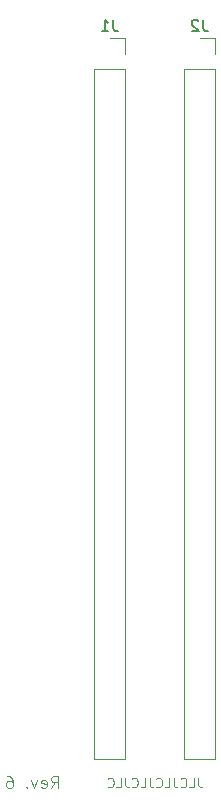
<source format=gbr>
G04 #@! TF.GenerationSoftware,KiCad,Pcbnew,7.0.11+dfsg-1build4*
G04 #@! TF.CreationDate,2024-11-02T00:15:54+09:00*
G04 #@! TF.ProjectId,bionic-tmp90c802,62696f6e-6963-42d7-946d-703930633830,6*
G04 #@! TF.SameCoordinates,Original*
G04 #@! TF.FileFunction,Legend,Bot*
G04 #@! TF.FilePolarity,Positive*
%FSLAX46Y46*%
G04 Gerber Fmt 4.6, Leading zero omitted, Abs format (unit mm)*
G04 Created by KiCad (PCBNEW 7.0.11+dfsg-1build4) date 2024-11-02 00:15:54*
%MOMM*%
%LPD*%
G01*
G04 APERTURE LIST*
%ADD10C,0.100000*%
%ADD11C,0.125000*%
%ADD12C,0.150000*%
%ADD13C,0.120000*%
G04 APERTURE END LIST*
D10*
X118665238Y-136406895D02*
X118665238Y-136978323D01*
X118665238Y-136978323D02*
X118703333Y-137092609D01*
X118703333Y-137092609D02*
X118779524Y-137168800D01*
X118779524Y-137168800D02*
X118893809Y-137206895D01*
X118893809Y-137206895D02*
X118970000Y-137206895D01*
X117903333Y-137206895D02*
X118284285Y-137206895D01*
X118284285Y-137206895D02*
X118284285Y-136406895D01*
X117179523Y-137130704D02*
X117217619Y-137168800D01*
X117217619Y-137168800D02*
X117331904Y-137206895D01*
X117331904Y-137206895D02*
X117408095Y-137206895D01*
X117408095Y-137206895D02*
X117522381Y-137168800D01*
X117522381Y-137168800D02*
X117598571Y-137092609D01*
X117598571Y-137092609D02*
X117636666Y-137016419D01*
X117636666Y-137016419D02*
X117674762Y-136864038D01*
X117674762Y-136864038D02*
X117674762Y-136749752D01*
X117674762Y-136749752D02*
X117636666Y-136597371D01*
X117636666Y-136597371D02*
X117598571Y-136521180D01*
X117598571Y-136521180D02*
X117522381Y-136444990D01*
X117522381Y-136444990D02*
X117408095Y-136406895D01*
X117408095Y-136406895D02*
X117331904Y-136406895D01*
X117331904Y-136406895D02*
X117217619Y-136444990D01*
X117217619Y-136444990D02*
X117179523Y-136483085D01*
X116608095Y-136406895D02*
X116608095Y-136978323D01*
X116608095Y-136978323D02*
X116646190Y-137092609D01*
X116646190Y-137092609D02*
X116722381Y-137168800D01*
X116722381Y-137168800D02*
X116836666Y-137206895D01*
X116836666Y-137206895D02*
X116912857Y-137206895D01*
X115846190Y-137206895D02*
X116227142Y-137206895D01*
X116227142Y-137206895D02*
X116227142Y-136406895D01*
X115122380Y-137130704D02*
X115160476Y-137168800D01*
X115160476Y-137168800D02*
X115274761Y-137206895D01*
X115274761Y-137206895D02*
X115350952Y-137206895D01*
X115350952Y-137206895D02*
X115465238Y-137168800D01*
X115465238Y-137168800D02*
X115541428Y-137092609D01*
X115541428Y-137092609D02*
X115579523Y-137016419D01*
X115579523Y-137016419D02*
X115617619Y-136864038D01*
X115617619Y-136864038D02*
X115617619Y-136749752D01*
X115617619Y-136749752D02*
X115579523Y-136597371D01*
X115579523Y-136597371D02*
X115541428Y-136521180D01*
X115541428Y-136521180D02*
X115465238Y-136444990D01*
X115465238Y-136444990D02*
X115350952Y-136406895D01*
X115350952Y-136406895D02*
X115274761Y-136406895D01*
X115274761Y-136406895D02*
X115160476Y-136444990D01*
X115160476Y-136444990D02*
X115122380Y-136483085D01*
X114550952Y-136406895D02*
X114550952Y-136978323D01*
X114550952Y-136978323D02*
X114589047Y-137092609D01*
X114589047Y-137092609D02*
X114665238Y-137168800D01*
X114665238Y-137168800D02*
X114779523Y-137206895D01*
X114779523Y-137206895D02*
X114855714Y-137206895D01*
X113789047Y-137206895D02*
X114169999Y-137206895D01*
X114169999Y-137206895D02*
X114169999Y-136406895D01*
X113065237Y-137130704D02*
X113103333Y-137168800D01*
X113103333Y-137168800D02*
X113217618Y-137206895D01*
X113217618Y-137206895D02*
X113293809Y-137206895D01*
X113293809Y-137206895D02*
X113408095Y-137168800D01*
X113408095Y-137168800D02*
X113484285Y-137092609D01*
X113484285Y-137092609D02*
X113522380Y-137016419D01*
X113522380Y-137016419D02*
X113560476Y-136864038D01*
X113560476Y-136864038D02*
X113560476Y-136749752D01*
X113560476Y-136749752D02*
X113522380Y-136597371D01*
X113522380Y-136597371D02*
X113484285Y-136521180D01*
X113484285Y-136521180D02*
X113408095Y-136444990D01*
X113408095Y-136444990D02*
X113293809Y-136406895D01*
X113293809Y-136406895D02*
X113217618Y-136406895D01*
X113217618Y-136406895D02*
X113103333Y-136444990D01*
X113103333Y-136444990D02*
X113065237Y-136483085D01*
X112493809Y-136406895D02*
X112493809Y-136978323D01*
X112493809Y-136978323D02*
X112531904Y-137092609D01*
X112531904Y-137092609D02*
X112608095Y-137168800D01*
X112608095Y-137168800D02*
X112722380Y-137206895D01*
X112722380Y-137206895D02*
X112798571Y-137206895D01*
X111731904Y-137206895D02*
X112112856Y-137206895D01*
X112112856Y-137206895D02*
X112112856Y-136406895D01*
X111008094Y-137130704D02*
X111046190Y-137168800D01*
X111046190Y-137168800D02*
X111160475Y-137206895D01*
X111160475Y-137206895D02*
X111236666Y-137206895D01*
X111236666Y-137206895D02*
X111350952Y-137168800D01*
X111350952Y-137168800D02*
X111427142Y-137092609D01*
X111427142Y-137092609D02*
X111465237Y-137016419D01*
X111465237Y-137016419D02*
X111503333Y-136864038D01*
X111503333Y-136864038D02*
X111503333Y-136749752D01*
X111503333Y-136749752D02*
X111465237Y-136597371D01*
X111465237Y-136597371D02*
X111427142Y-136521180D01*
X111427142Y-136521180D02*
X111350952Y-136444990D01*
X111350952Y-136444990D02*
X111236666Y-136406895D01*
X111236666Y-136406895D02*
X111160475Y-136406895D01*
X111160475Y-136406895D02*
X111046190Y-136444990D01*
X111046190Y-136444990D02*
X111008094Y-136483085D01*
D11*
X106204240Y-137258119D02*
X106537573Y-136781928D01*
X106775668Y-137258119D02*
X106775668Y-136258119D01*
X106775668Y-136258119D02*
X106394716Y-136258119D01*
X106394716Y-136258119D02*
X106299478Y-136305738D01*
X106299478Y-136305738D02*
X106251859Y-136353357D01*
X106251859Y-136353357D02*
X106204240Y-136448595D01*
X106204240Y-136448595D02*
X106204240Y-136591452D01*
X106204240Y-136591452D02*
X106251859Y-136686690D01*
X106251859Y-136686690D02*
X106299478Y-136734309D01*
X106299478Y-136734309D02*
X106394716Y-136781928D01*
X106394716Y-136781928D02*
X106775668Y-136781928D01*
X105394716Y-137210500D02*
X105489954Y-137258119D01*
X105489954Y-137258119D02*
X105680430Y-137258119D01*
X105680430Y-137258119D02*
X105775668Y-137210500D01*
X105775668Y-137210500D02*
X105823287Y-137115261D01*
X105823287Y-137115261D02*
X105823287Y-136734309D01*
X105823287Y-136734309D02*
X105775668Y-136639071D01*
X105775668Y-136639071D02*
X105680430Y-136591452D01*
X105680430Y-136591452D02*
X105489954Y-136591452D01*
X105489954Y-136591452D02*
X105394716Y-136639071D01*
X105394716Y-136639071D02*
X105347097Y-136734309D01*
X105347097Y-136734309D02*
X105347097Y-136829547D01*
X105347097Y-136829547D02*
X105823287Y-136924785D01*
X105013763Y-136591452D02*
X104775668Y-137258119D01*
X104775668Y-137258119D02*
X104537573Y-136591452D01*
X104156620Y-137162880D02*
X104109001Y-137210500D01*
X104109001Y-137210500D02*
X104156620Y-137258119D01*
X104156620Y-137258119D02*
X104204239Y-137210500D01*
X104204239Y-137210500D02*
X104156620Y-137162880D01*
X104156620Y-137162880D02*
X104156620Y-137258119D01*
X102489954Y-136258119D02*
X102680430Y-136258119D01*
X102680430Y-136258119D02*
X102775668Y-136305738D01*
X102775668Y-136305738D02*
X102823287Y-136353357D01*
X102823287Y-136353357D02*
X102918525Y-136496214D01*
X102918525Y-136496214D02*
X102966144Y-136686690D01*
X102966144Y-136686690D02*
X102966144Y-137067642D01*
X102966144Y-137067642D02*
X102918525Y-137162880D01*
X102918525Y-137162880D02*
X102870906Y-137210500D01*
X102870906Y-137210500D02*
X102775668Y-137258119D01*
X102775668Y-137258119D02*
X102585192Y-137258119D01*
X102585192Y-137258119D02*
X102489954Y-137210500D01*
X102489954Y-137210500D02*
X102442335Y-137162880D01*
X102442335Y-137162880D02*
X102394716Y-137067642D01*
X102394716Y-137067642D02*
X102394716Y-136829547D01*
X102394716Y-136829547D02*
X102442335Y-136734309D01*
X102442335Y-136734309D02*
X102489954Y-136686690D01*
X102489954Y-136686690D02*
X102585192Y-136639071D01*
X102585192Y-136639071D02*
X102775668Y-136639071D01*
X102775668Y-136639071D02*
X102870906Y-136686690D01*
X102870906Y-136686690D02*
X102918525Y-136734309D01*
X102918525Y-136734309D02*
X102966144Y-136829547D01*
D12*
X119113333Y-72204819D02*
X119113333Y-72919104D01*
X119113333Y-72919104D02*
X119160952Y-73061961D01*
X119160952Y-73061961D02*
X119256190Y-73157200D01*
X119256190Y-73157200D02*
X119399047Y-73204819D01*
X119399047Y-73204819D02*
X119494285Y-73204819D01*
X118684761Y-72300057D02*
X118637142Y-72252438D01*
X118637142Y-72252438D02*
X118541904Y-72204819D01*
X118541904Y-72204819D02*
X118303809Y-72204819D01*
X118303809Y-72204819D02*
X118208571Y-72252438D01*
X118208571Y-72252438D02*
X118160952Y-72300057D01*
X118160952Y-72300057D02*
X118113333Y-72395295D01*
X118113333Y-72395295D02*
X118113333Y-72490533D01*
X118113333Y-72490533D02*
X118160952Y-72633390D01*
X118160952Y-72633390D02*
X118732380Y-73204819D01*
X118732380Y-73204819D02*
X118113333Y-73204819D01*
X111493333Y-72204819D02*
X111493333Y-72919104D01*
X111493333Y-72919104D02*
X111540952Y-73061961D01*
X111540952Y-73061961D02*
X111636190Y-73157200D01*
X111636190Y-73157200D02*
X111779047Y-73204819D01*
X111779047Y-73204819D02*
X111874285Y-73204819D01*
X110493333Y-73204819D02*
X111064761Y-73204819D01*
X110779047Y-73204819D02*
X110779047Y-72204819D01*
X110779047Y-72204819D02*
X110874285Y-72347676D01*
X110874285Y-72347676D02*
X110969523Y-72442914D01*
X110969523Y-72442914D02*
X111064761Y-72490533D01*
D13*
X120110000Y-73750000D02*
X118780000Y-73750000D01*
X120110000Y-75080000D02*
X120110000Y-73750000D01*
X120110000Y-76350000D02*
X120110000Y-134830000D01*
X120110000Y-76350000D02*
X117450000Y-76350000D01*
X120110000Y-134830000D02*
X117450000Y-134830000D01*
X117450000Y-76350000D02*
X117450000Y-134830000D01*
X112490000Y-73750000D02*
X111160000Y-73750000D01*
X112490000Y-75080000D02*
X112490000Y-73750000D01*
X112490000Y-76350000D02*
X112490000Y-134830000D01*
X112490000Y-76350000D02*
X109830000Y-76350000D01*
X112490000Y-134830000D02*
X109830000Y-134830000D01*
X109830000Y-76350000D02*
X109830000Y-134830000D01*
M02*

</source>
